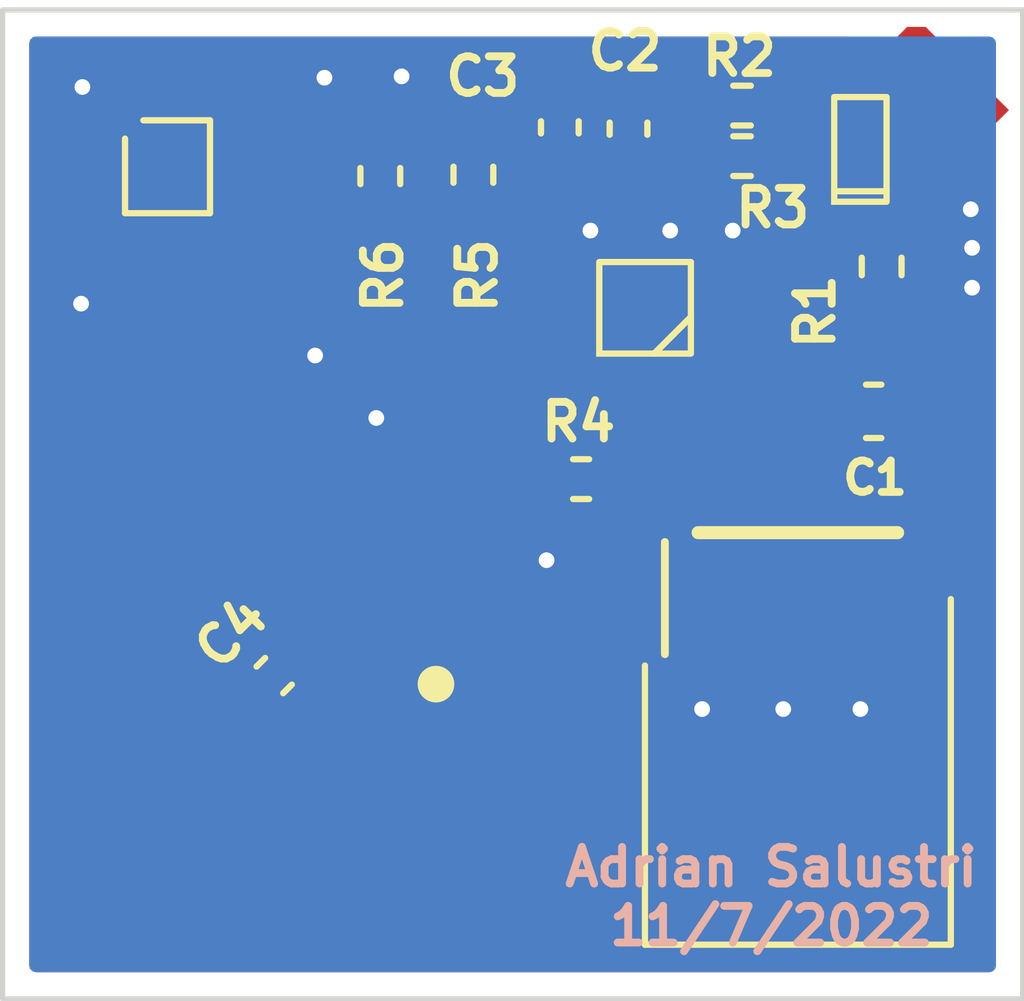
<source format=kicad_pcb>
(kicad_pcb (version 20211014) (generator pcbnew)
  (layers (0 "F.Cu" signal) (31 "B.Cu" signal) (34 "B.Paste" user) (35 "F.Paste" user) (36 "B.SilkS" user "B.Silkscreen") (37 "F.SilkS" user "F.Silkscreen") (38 "B.Mask" user) (39 "F.Mask" user) (44 "Edge.Cuts" user))
  (net 0 "")
  (net 1 "Net-(C1-Pad1)")
  (net 2 "GND")
  (net 3 "VCC")
  (net 4 "Net-(D1-Pad2)")
  (net 5 "Net-(C4-Pad1)")
  (net 6 "~{RST}")
  (net 7 "SCL")
  (net 8 "SDA")
  (net 9 "Net-(R1-Pad2)")
  (net 10 "Net-(C4-Pad2)")
  (net 11 "Net-(U2-Pad2)")
  (net 12 "Net-(U2-Pad5)")
  (footprint "wind-dispersed-rf-footprints:ATtiny20_TPI-I2C-HDR" (layer "F.Cu") (at 135.509 91.7265)
    (fp_text reference "J3" hide)
    (fp_text value "TWI" hide)
    (fp_text user "|" (at -1.905 -0.1341 unlocked) (layer "F.SilkS") (effects (font (size 1.5 0.6))))
    (fp_line (start -1.27 -1.27) (end 2.54 -1.27) (layer "F.SilkS") (width 0.25))
    (fp_line (start 3.556 6.604) (end -2.286 6.604) (layer "F.SilkS") (width 0.12))
    (fp_line (start 3.556 0) (end 3.556 6.604) (layer "F.SilkS") (width 0.12))
    (fp_line (start -2.286 6.604) (end -2.286 1.27) (layer "F.SilkS") (width 0.12))
    (pad "1" smd roundrect (at -2.54 0) (size 0.8 1.5) (layers "F.Cu" "F.Paste" "F.Mask") (roundrect_rratio 0) (chamfer_ratio 0.35) (chamfer top_left) (net 6 "~{RST}"))
    (pad "2" smd rect (at -1.27 0) (size 0.8 1.5) (layers "F.Cu" "F.Paste" "F.Mask") (net 7 "SCL"))
    (pad "3" smd rect (at 0 0) (size 0.8 1.5) (layers "F.Cu" "F.Paste" "F.Mask") (net 8 "SDA"))
    (pad "4" smd rect (at 1.27 0) (size 0.8 1.5) (layers "F.Cu" "F.Paste" "F.Mask") (net 3 "VCC"))
    (pad "5" smd rect (at 2.54 0) (size 0.8 1.5) (layers "F.Cu" "F.Paste" "F.Mask") (net 2 "GND"))
  )
  (footprint "Capacitor_SMD:C_0402_1005Metric_Pad0.74x0.62mm_HandSolder" (layer "F.Cu") (at 131.5974 82.7111 90)
    (fp_text reference "C3" (at 0.9739 -1.4732 180) (layer "F.SilkS") (effects (font (size 0.7 0.7))))
    (fp_text value "C")
    (fp_line (start -0.115835 -0.36) (end 0.115835 -0.36) (layer "F.SilkS") (width 0.12))
    (fp_line (start -0.115835 0.36) (end 0.115835 0.36) (layer "F.SilkS") (width 0.12))
    (pad "1" smd roundrect (at -0.5675 0 90) (size 0.735 0.62) (layers "F.Cu" "F.Paste" "F.Mask") (net 3 "VCC"))
    (pad "2" smd roundrect (at 0.5675 0 90) (size 0.735 0.62) (layers "F.Cu" "F.Paste" "F.Mask") (net 2 "GND"))
  )
  (footprint "Resistor_SMD:R_0402_1005Metric_Pad0.72x0.64mm_HandSolder" (layer "F.Cu") (at 137.7442 85.3694 90)
    (fp_text reference "R1" (at -0.8636 -1.27 90) (layer "F.SilkS") (effects (font (size 0.7 0.7))))
    (fp_text value "R")
    (fp_line (start -0.167621 -0.38) (end 0.167621 -0.38) (layer "F.SilkS") (width 0.12))
    (fp_line (start -0.167621 0.38) (end 0.167621 0.38) (layer "F.SilkS") (width 0.12))
    (pad "1" smd roundrect (at -0.5975 0 90) (size 0.715 0.64) (layers "F.Cu" "F.Paste" "F.Mask") (net 1 "Net-(C1-Pad1)"))
    (pad "2" smd roundrect (at 0.5975 0 90) (size 0.715 0.64) (layers "F.Cu" "F.Paste" "F.Mask") (net 9 "Net-(R1-Pad2)"))
  )
  (footprint "wind-dispersed-rf-footprints:TCR3UG" (layer "F.Cu") (at 133.4008 86.3346 90)
    (fp_text reference "U1" hide)
    (fp_text value "TCR3UG" hide)
    (fp_line (start 0 0.7) (end -0.7 0) (layer "F.SilkS") (width 0.12))
    (fp_line (start -0.7 0) (end 0 0.7) (layer "F.SilkS") (width 0.12))
    (fp_rect (start -0.7 -1.05) (end 1.05 0.7) (layer "F.SilkS") (width 0.12) (fill none))
    (pad "1" smd circle (at 0 0 90) (size 0.18 0.18) (layers "F.Cu" "F.Paste" "F.Mask") (net 1 "Net-(C1-Pad1)"))
    (pad "2" smd circle (at 0.35 0 90) (size 0.18 0.18) (layers "F.Cu" "F.Paste" "F.Mask") (net 9 "Net-(R1-Pad2)"))
    (pad "3" smd circle (at 0.35 -0.35 90) (size 0.18 0.18) (layers "F.Cu" "F.Paste" "F.Mask") (net 2 "GND"))
    (pad "4" smd circle (at 0 -0.35 90) (size 0.18 0.18) (layers "F.Cu" "F.Paste" "F.Mask") (net 3 "VCC"))
  )
  (footprint "wind-dispersed-rf-footprints:Dandelion_PVcell_connector" (layer "F.Cu") (at 138.938 81.852012 -45)
    (fp_text reference "J1" hide)
    (fp_text value "Conn_01x02" hide)
    (pad "1" smd roundrect (at -0.75 0 315) (size 1 1) (layers "F.Cu" "F.Paste" "F.Mask") (roundrect_rratio 0) (chamfer_ratio 0.25) (chamfer top_left) (net 4 "Net-(D1-Pad2)"))
    (pad "2" smd rect (at 0.75 0 315) (size 1 1) (layers "F.Cu" "F.Paste" "F.Mask") (net 2 "GND"))
  )
  (footprint "Package_CSP:WLCSP-12_1.403x1.555mm_P0.4mm_Stagger" (layer "F.Cu") (at 124.1044 83.4644)
    (fp_text reference "U3" hide)
    (fp_text value "ATtiny20-U" hide)
    (fp_line (start 0.8115 -0.8875) (end 0.8115 0.8875) (layer "F.SilkS") (width 0.12))
    (fp_line (start -0.8115 0.8875) (end -0.8115 -0.53675) (layer "F.SilkS") (width 0.12))
    (fp_line (start -0.46075 -0.8875) (end 0.8115 -0.8875) (layer "F.SilkS") (width 0.12))
    (fp_line (start 0.8115 0.8875) (end -0.8115 0.8875) (layer "F.SilkS") (width 0.12))
    (pad "A1" smd circle (at -0.5 -0.5195) (size 0.215 0.215) (layers "F.Cu" "F.Paste" "F.Mask"))
    (pad "A3" smd circle (at -0.1 -0.5195) (size 0.215 0.215) (layers "F.Cu" "F.Paste" "F.Mask") (net 2 "GND"))
    (pad "A5" smd circle (at 0.3 -0.5195) (size 0.215 0.215) (layers "F.Cu" "F.Paste" "F.Mask"))
    (pad "B2" smd circle (at -0.3 -0.173167) (size 0.215 0.215) (layers "F.Cu" "F.Paste" "F.Mask"))
    (pad "B4" smd circle (at 0.1 -0.173167) (size 0.215 0.215) (layers "F.Cu" "F.Paste" "F.Mask") (net 2 "GND"))
    (pad "B6" smd circle (at 0.5 -0.173167) (size 0.215 0.215) (layers "F.Cu" "F.Paste" "F.Mask") (net 3 "VCC"))
    (pad "C1" smd circle (at -0.5 0.173167) (size 0.215 0.215) (layers "F.Cu" "F.Paste" "F.Mask") (net 12 "Net-(U2-Pad5)"))
    (pad "C3" smd circle (at -0.1 0.173167) (size 0.215 0.215) (layers "F.Cu" "F.Paste" "F.Mask") (net 12 "Net-(U2-Pad5)"))
    (pad "C5" smd circle (at 0.3 0.173167) (size 0.215 0.215) (layers "F.Cu" "F.Paste" "F.Mask") (net 8 "SDA"))
    (pad "D2" smd circle (at -0.3 0.5195) (size 0.215 0.215) (layers "F.Cu" "F.Paste" "F.Mask") (net 11 "Net-(U2-Pad2)"))
    (pad "D4" smd circle (at 0.1 0.5195) (size 0.215 0.215) (layers "F.Cu" "F.Paste" "F.Mask") (net 6 "~{RST}"))
    (pad "D6" smd circle (at 0.5 0.5195) (size 0.215 0.215) (layers "F.Cu" "F.Paste" "F.Mask") (net 7 "SCL"))
  )
  (footprint "Resistor_SMD:R_0402_1005Metric_Pad0.72x0.64mm_HandSolder" (layer "F.Cu") (at 135.0772 82.296 180)
    (fp_text reference "R3" (at -0.5842 -1.9558) (layer "F.SilkS") (effects (font (size 0.7 0.7))))
    (fp_text value "R")
    (fp_line (start -0.167621 0.38) (end 0.167621 0.38) (layer "F.SilkS") (width 0.12))
    (fp_line (start -0.167621 -0.38) (end 0.167621 -0.38) (layer "F.SilkS") (width 0.12))
    (pad "1" smd roundrect (at -0.5975 0 180) (size 0.715 0.64) (layers "F.Cu" "F.Paste" "F.Mask") (net 9 "Net-(R1-Pad2)"))
    (pad "2" smd roundrect (at 0.5975 0 180) (size 0.715 0.64) (layers "F.Cu" "F.Paste" "F.Mask") (net 2 "GND"))
  )
  (footprint "Capacitor_SMD:C_0402_1005Metric_Pad0.74x0.62mm_HandSolder" (layer "F.Cu") (at 132.9095 82.7365 90)
    (fp_text reference "C2" (at 1.4819 -0.0675 180) (layer "F.SilkS") (effects (font (size 0.7 0.7))))
    (fp_text value "1uF")
    (fp_line (start -0.115835 0.36) (end 0.115835 0.36) (layer "F.SilkS") (width 0.12))
    (fp_line (start -0.115835 -0.36) (end 0.115835 -0.36) (layer "F.SilkS") (width 0.12))
    (pad "1" smd roundrect (at -0.5675 0 90) (size 0.735 0.62) (layers "F.Cu" "F.Paste" "F.Mask") (net 3 "VCC"))
    (pad "2" smd roundrect (at 0.5675 0 90) (size 0.735 0.62) (layers "F.Cu" "F.Paste" "F.Mask") (net 2 "GND"))
  )
  (footprint "wind-dispersed-rf-footprints:monopole_wire_antenna" (layer "F.Cu") (at 124.6886 94.5896 45)
    (fp_text reference "J2" hide)
    (fp_text value "ANT_Monopole" hide)
    (pad "1" smd rect (at 0 0 45) (size 1 1) (layers "F.Cu" "F.Paste" "F.Mask") (net 5 "Net-(C4-Pad1)"))
  )
  (footprint "Resistor_SMD:R_0402_1005Metric" (layer "F.Cu") (at 128.1684 83.6422 -90)
    (fp_text reference "R5" (at 1.905 -1.8542 90) (layer "F.SilkS") (effects (font (size 0.7 0.7))))
    (fp_text value "10K" hide)
    (fp_line (start -0.153641 -0.38) (end 0.153641 -0.38) (layer "F.SilkS") (width 0.12))
    (fp_line (start -0.153641 0.38) (end 0.153641 0.38) (layer "F.SilkS") (width 0.12))
    (pad "1" smd roundrect (at -0.51 0 270) (size 0.54 0.64) (layers "F.Cu" "F.Paste" "F.Mask") (net 3 "VCC"))
    (pad "2" smd roundrect (at 0.51 0 270) (size 0.54 0.64) (layers "F.Cu" "F.Paste" "F.Mask") (net 7 "SCL"))
  )
  (footprint "Capacitor_SMD:C_0603_1608Metric_Pad1.08x0.95mm_HandSolder" (layer "F.Cu") (at 137.5918 88.138)
    (fp_text reference "C1" (at 0.0254 1.27) (layer "F.SilkS") (effects (font (size 0.6 0.6))))
    (fp_text value "68uF")
    (fp_line (start -0.146267 0.51) (end 0.146267 0.51) (layer "F.SilkS") (width 0.12))
    (fp_line (start -0.146267 -0.51) (end 0.146267 -0.51) (layer "F.SilkS") (width 0.12))
    (pad "1" smd roundrect (at -0.8625 0) (size 1.075 0.95) (layers "F.Cu" "F.Paste" "F.Mask") (net 1 "Net-(C1-Pad1)"))
    (pad "2" smd roundrect (at 0.8625 0) (size 1.075 0.95) (layers "F.Cu" "F.Paste" "F.Mask") (net 2 "GND"))
  )
  (footprint "Resistor_SMD:R_0402_1005Metric" (layer "F.Cu") (at 129.9464 83.6168 90)
    (fp_text reference "R6" (at -1.9304 -1.7272 90) (layer "F.SilkS") (effects (font (size 0.7 0.7))))
    (fp_text value "10K" hide)
    (fp_line (start -0.153641 0.38) (end 0.153641 0.38) (layer "F.SilkS") (width 0.12))
    (fp_line (start -0.153641 -0.38) (end 0.153641 -0.38) (layer "F.SilkS") (width 0.12))
    (pad "1" smd roundrect (at -0.51 0 90) (size 0.54 0.64) (layers "F.Cu" "F.Paste" "F.Mask") (net 8 "SDA"))
    (pad "2" smd roundrect (at 0.51 0 90) (size 0.54 0.64) (layers "F.Cu" "F.Paste" "F.Mask") (net 3 "VCC"))
  )
  (footprint "Capacitor_SMD:C_0402_1005Metric_Pad0.74x0.62mm_HandSolder" (layer "F.Cu") (at 126.141517 93.187483 45)
    (fp_text reference "C4" (at 0 -1.16 45) (layer "F.SilkS") (effects (font (size 0.7 0.7))))
    (fp_text value "C")
    (fp_line (start -0.115835 0.36) (end 0.115835 0.36) (layer "F.SilkS") (width 0.12))
    (fp_line (start -0.115835 -0.36) (end 0.115835 -0.36) (layer "F.SilkS") (width 0.12))
    (pad "1" smd roundrect (at -0.5675 0 45) (size 0.735 0.62) (layers "F.Cu" "F.Paste" "F.Mask") (net 5 "Net-(C4-Pad1)"))
    (pad "2" smd roundrect (at 0.5675 0 45) (size 0.735 0.62) (layers "F.Cu" "F.Paste" "F.Mask") (net 10 "Net-(C4-Pad2)"))
  )
  (footprint "wind-dispersed-rf-footprints:SOD882" (layer "F.Cu") (at 137.3378 83.0326 90)
    (fp_text reference "D1" hide)
    (fp_text value "D" hide)
    (fp_line (start -0.9 -0.5) (end -0.9 0.5) (layer "F.SilkS") (width 0.12))
    (fp_rect (start -1.1 -0.5) (end 0.9 0.5) (layer "F.SilkS") (width 0.12) (fill none))
    (pad "1" smd rect (at -0.4 0 90) (size 0.55 0.6) (layers "F.Cu" "F.Paste" "F.Mask") (net 1 "Net-(C1-Pad1)"))
    (pad "2" smd rect (at 0.4 0 90) (size 0.55 0.6) (layers "F.Cu" "F.Paste" "F.Mask") (net 4 "Net-(D1-Pad2)"))
  )
  (footprint "Resistor_SMD:R_0402_1005Metric_Pad0.72x0.64mm_HandSolder" (layer "F.Cu") (at 135.0772 83.2612)
    (fp_text reference "R2" (at -0.0508 -1.905) (layer "F.SilkS") (effects (font (size 0.7 0.7))))
    (fp_text value "R")
    (fp_line (start -0.167621 0.38) (end 0.167621 0.38) (layer "F.SilkS") (width 0.12))
    (fp_line (start -0.167621 -0.38) (end 0.167621 -0.38) (layer "F.SilkS") (width 0.12))
    (pad "1" smd roundrect (at -0.5975 0) (size 0.715 0.64) (layers "F.Cu" "F.Paste" "F.Mask") (net 3 "VCC"))
    (pad "2" smd roundrect (at 0.5975 0) (size 0.715 0.64) (layers "F.Cu" "F.Paste" "F.Mask") (net 9 "Net-(R1-Pad2)"))
  )
  (footprint "Resistor_SMD:R_0402_1005Metric" (layer "F.Cu") (at 132.0038 89.4334 180)
    (fp_text reference "R4" (at 0.0488 1.0922) (layer "F.SilkS") (effects (font (size 0.7 0.7))))
    (fp_text value "10K")
    (fp_line (start -0.153641 0.38) (end 0.153641 0.38) (layer "F.SilkS") (width 0.12))
    (fp_line (start -0.153641 -0.38) (end 0.153641 -0.38) (layer "F.SilkS") (width 0.12))
    (pad "1" smd roundrect (at -0.51 0 180) (size 0.54 0.64) (layers "F.Cu" "F.Paste" "F.Mask") (net 3 "VCC"))
    (pad "2" smd roundrect (at 0.51 0 180) (size 0.54 0.64) (layers "F.Cu" "F.Paste" "F.Mask") (net 6 "~{RST}"))
  )
  (footprint "wind-dispersed-rf-footprints:SKY13314-374LF" (layer "F.Cu") (at 128.913514 91.618591 135)
    (fp_text reference "U2" hide)
    (fp_text value "SKY13314" hide)
    (fp_circle (center -1.45 -1) (end -1.449999 -1) (layer "F.SilkS") (width 0.35) (fill none))
    (pad "1" smd rect (at -0.725 -0.5 135) (size 0.35 0.25) (layers "F.Cu" "F.Paste" "F.Mask") (net 2 "GND"))
    (pad "2" smd rect (at -0.725 0 135) (size 0.35 0.25) (layers "F.Cu" "F.Paste" "F.Mask") (net 11 "Net-(U2-Pad2)"))
    (pad "3" smd rect (at -0.725 0.5 135) (size 0.35 0.25) (layers "F.Cu" "F.Paste" "F.Mask") (net 2 "GND"))
    (pad "4" smd rect (at 0.725 0.5 135) (size 0.35 0.25) (layers "F.Cu" "F.Paste" "F.Mask"))
    (pad "5" smd rect (at 0.725 0 135) (size 0.35 0.25) (layers "F.Cu" "F.Paste" "F.Mask") (net 12 "Net-(U2-Pad5)"))
    (pad "6" smd rect (at 0.725 -0.5 135) (size 0.35 0.25) (layers "F.Cu" "F.Paste" "F.Mask") (net 10 "Net-(C4-Pad2)"))
    (pad "7" smd rect (at 0 -0.381 135) (size 0.65 0.55) (layers "F.Cu" "F.Paste" "F.Mask") (net 2 "GND"))
  )
  (gr_rect (start 120.9548 80.4672) (end 140.4366 99.3648) (layer "Edge.Cuts") (width 0.1) (fill none))
  (gr_text "Adrian Salustri\n11/7/2022" (at 135.636 97.409) (layer "B.SilkS") (effects (font (size 0.7 0.7))))
  (segment (start 133.7056 86.6394) (end 133.4008 86.3346) (width 0.127) (layer "F.Cu") (net 1))
  (segment (start 136.7028 88.1115) (end 136.7293 88.138) (width 0.127) (layer "F.Cu") (net 1))
  (segment (start 138.25422 85.45688) (end 137.7442 85.9669) (width 0.127) (layer "F.Cu") (net 1))
  (segment (start 137.4007 85.9669) (end 136.7028 86.6648) (width 0.127) (layer "F.Cu") (net 1))
  (segment (start 136.7293 86.6394) (end 133.7056 86.6394) (width 0.127) (layer "F.Cu") (net 1))
  (segment (start 137.3628 83.4326) (end 138.25422 84.32402) (width 0.127) (layer "F.Cu") (net 1))
  (segment (start 136.7028 86.6648) (end 136.7028 88.1115) (width 0.127) (layer "F.Cu") (net 1))
  (segment (start 138.25422 84.32402) (end 138.25422 85.45688) (width 0.127) (layer "F.Cu") (net 1))
  (segment (start 136.7293 88.138) (end 136.7293 86.6394) (width 0.127) (layer "F.Cu") (net 1))
  (segment (start 137.7442 85.9669) (end 137.4007 85.9669) (width 0.127) (layer "F.Cu") (net 1))
  (segment (start 137.3378 83.4326) (end 137.3628 83.4326) (width 0.127) (layer "F.Cu") (net 1))
  (segment (start 131.5974 82.1436) (end 131.6228 82.169) (width 0.127) (layer "F.Cu") (net 2))
  (segment (start 130.7338 92.6084) (end 130.7338 91.77769) (width 0.127) (layer "F.Cu") (net 2))
  (segment (start 132.1816 85.1154) (end 133.0508 85.9846) (width 0.127) (layer "F.Cu") (net 2))
  (segment (start 128.507801 91.887999) (end 127.9906 92.4052) (width 0.127) (layer "F.Cu") (net 2))
  (segment (start 139.46833 82.382342) (end 139.46833 87.98867) (width 0.127) (layer "F.Cu") (net 2))
  (segment (start 124.0044 82.142) (end 124.2742 81.8722) (width 0.127) (layer "F.Cu") (net 2))
  (segment (start 127.9906 92.4052) (end 129.1717 93.5863) (width 0.127) (layer "F.Cu") (net 2))
  (segment (start 139.319 88.138) (end 138.4543 88.138) (width 0.127) (layer "F.Cu") (net 2))
  (segment (start 129.072613 92.484797) (end 129.072613 93.487213) (width 0.127) (layer "F.Cu") (net 2))
  (segment (start 129.072613 93.487213) (end 129.1717 93.5863) (width 0.127) (layer "F.Cu") (net 2))
  (segment (start 128.644106 91.887999) (end 128.644106 92.05629) (width 0.127) (layer "F.Cu") (net 2))
  (segment (start 131.6228 82.169) (end 132.9095 82.169) (width 0.127) (layer "F.Cu") (net 2))
  (segment (start 130.7338 91.77769) (end 129.77972 91.77769) (width 0.127) (layer "F.Cu") (net 2))
  (segment (start 128.644106 92.05629) (end 129.072613 92.484797) (width 0.127) (layer "F.Cu") (net 2))
  (segment (start 129.1717 93.5863) (end 129.4638 93.8784) (width 0.127) (layer "F.Cu") (net 2))
  (segment (start 124.2742 81.8722) (end 131.6141 81.8722) (width 0.127) (layer "F.Cu") (net 2))
  (segment (start 129.4638 93.8784) (end 130.7338 92.6084) (width 0.127) (layer "F.Cu") (net 2))
  (segment (start 124.0044 82.9449) (end 124.0044 82.142) (width 0.127) (layer "F.Cu") (net 2))
  (segment (start 132.9095 82.169) (end 133.1722 82.169) (width 0.127) (layer "F.Cu") (net 2))
  (segment (start 128.644106 91.887999) (end 128.507801 91.887999) (width 0.127) (layer "F.Cu") (net 2))
  (segment (start 139.46833 87.98867) (end 139.319 88.138) (width 0.127) (layer "F.Cu") (net 2))
  (segment (start 132.1816 84.6836) (end 132.1816 85.1154) (width 0.127) (layer "F.Cu") (net 2))
  (segment (start 124.2044 83.291233) (end 124.0044 82.9449) (width 0.127) (layer "F.Cu") (net 2))
  (via (at 122.4534 86.0806) (size 0.6) (drill 0.3) (layers "F.Cu" "B.Cu") (net 2))
  (via (at 134.3152 93.8276) (size 0.6) (drill 0.3) (layers "F.Cu" "B.Cu") (net 2))
  (via (at 135.8646 93.8276) (size 0.6) (drill 0.3) (layers "F.Cu" "B.Cu") (net 2))
  (via (at 128.0922 88.265) (size 0.6) (drill 0.3) (layers "F.Cu" "B.Cu") (net 2))
  (via (at 127.1016 81.7626) (size 0.6) (drill 0.3) (layers "F.Cu" "B.Cu") (net 2))
  (via (at 133.7056 84.6836) (size 0.6) (drill 0.3) (layers "F.Cu" "B.Cu") (net 2))
  (via (at 128.5748 81.7372) (size 0.6) (drill 0.3) (layers "F.Cu" "B.Cu") (net 2))
  (via (at 134.8994 84.6836) (size 0.6) (drill 0.3) (layers "F.Cu" "B.Cu") (net 2))
  (via (at 131.3434 90.9828) (size 0.6) (drill 0.3) (layers "F.Cu" "B.Cu") (net 2))
  (via (at 139.4714 85.0138) (size 0.6) (drill 0.3) (layers "F.Cu" "B.Cu") (net 2))
  (via (at 137.3378 93.8276) (size 0.6) (drill 0.3) (layers "F.Cu" "B.Cu") (net 2))
  (via (at 139.446 84.2772) (size 0.6) (drill 0.3) (layers "F.Cu" "B.Cu") (net 2))
  (via (at 126.9238 87.0712) (size 0.6) (drill 0.3) (layers "F.Cu" "B.Cu") (net 2))
  (via (at 139.4714 85.7758) (size 0.6) (drill 0.3) (layers "F.Cu" "B.Cu") (net 2))
  (via (at 132.1816 84.6836) (size 0.6) (drill 0.3) (layers "F.Cu" "B.Cu") (net 2))
  (via (at 122.4788 81.9404) (size 0.6) (drill 0.3) (layers "F.Cu" "B.Cu") (net 2))
  (segment (start 130.7846 83.2866) (end 130.7846 85.1662) (width 0.127) (layer "F.Cu") (net 3))
  (segment (start 132.5146 86.8708) (end 136.779 91.1352) (width 0.127) (layer "F.Cu") (net 3))
  (segment (start 133.0508 86.3346) (end 132.5146 86.8708) (width 0.127) (layer "F.Cu") (net 3))
  (segment (start 132.6642 89.6112) (end 132.6642 89.4334) (width 0.127) (layer "F.Cu") (net 3))
  (segment (start 133.604 92.666511) (end 133.604 90.551) (width 0.127) (layer "F.Cu") (net 3))
  (segment (start 124.6044 83.291233) (end 127.477967 83.291233) (width 0.127) (layer "F.Cu") (net 3))
  (segment (start 127.477967 83.291233) (end 127.637 83.1322) (width 0.127) (layer "F.Cu") (net 3))
  (segment (start 131.5974 83.2786) (end 134.4623 83.2786) (width 0.127) (layer "F.Cu") (net 3))
  (segment (start 130.7846 85.1662) (end 132.5019 86.8835) (width 0.127) (layer "F.Cu") (net 3))
  (segment (start 127.637 83.1322) (end 128.1684 83.1322) (width 0.127) (layer "F.Cu") (net 3))
  (segment (start 128.1938 83.1068) (end 128.1684 83.1322) (width 0.127) (layer "F.Cu") (net 3))
  (segment (start 136.779 91.1352) (end 136.779 91.7265) (width 0.127) (layer "F.Cu") (net 3))
  (segment (start 133.604 90.551) (end 132.6642 89.6112) (width 0.127) (layer "F.Cu") (net 3))
  (segment (start 132.5019 86.8835) (end 133.0508 86.3346) (width 0.127) (layer "F.Cu") (net 3))
  (segment (start 130.6048 83.1068) (end 130.7846 83.2866) (width 0.127) (layer "F.Cu") (net 3))
  (segment (start 136.779 91.7265) (end 136.779 92.0765) (width 0.127) (layer "F.Cu") (net 3))
  (segment (start 129.9464 83.1068) (end 128.1938 83.1068) (width 0.127) (layer "F.Cu") (net 3))
  (segment (start 129.9464 83.1068) (end 130.6048 83.1068) (width 0.127) (layer "F.Cu") (net 3))
  (segment (start 131.5974 83.2786) (end 130.7766 83.2786) (width 0.127) (layer "F.Cu") (net 3))
  (segment (start 130.7766 83.2786) (end 130.6048 83.1068) (width 0.127) (layer "F.Cu") (net 3))
  (segment (start 136.188989 92.666511) (end 133.604 92.666511) (width 0.127) (layer "F.Cu") (net 3))
  (segment (start 136.779 92.0765) (end 136.188989 92.666511) (width 0.127) (layer "F.Cu") (net 3))
  (segment (start 137.3378 82.6326) (end 137.3378 82.391552) (width 0.127) (layer "F.Cu") (net 4))
  (segment (start 137.3378 82.391552) (end 138.40767 81.321682) (width 0.127) (layer "F.Cu") (net 4))
  (segment (start 125.760517 93.568483) (end 124.7394 94.5896) (width 0.25) (layer "F.Cu") (net 5))
  (segment (start 131.4704 89.5604) (end 132.969 91.059) (width 0.127) (layer "F.Cu") (net 6))
  (segment (start 124.2044 84.3772) (end 124.6632 84.836) (width 0.127) (layer "F.Cu") (net 6))
  (segment (start 131.4704 88.265) (end 131.4704 89.5604) (width 0.127) (layer "F.Cu") (net 6))
  (segment (start 132.969 91.059) (end 132.969 91.7265) (width 0.127) (layer "F.Cu") (net 6))
  (segment (start 128.0414 84.836) (end 131.4704 88.265) (width 0.127) (layer "F.Cu") (net 6))
  (segment (start 124.6632 84.836) (end 128.0414 84.836) (width 0.127) (layer "F.Cu") (net 6))
  (segment (start 124.2044 83.9839) (end 124.2044 84.3772) (width 0.127) (layer "F.Cu") (net 6))
  (segment (start 124.7727 84.1522) (end 124.6044 83.9839) (width 0.127) (layer "F.Cu") (net 7))
  (segment (start 128.162647 84.1522) (end 127.8128 84.1522) (width 0.127) (layer "F.Cu") (net 7))
  (segment (start 134.239 91.7265) (end 134.239 90.228553) (width 0.127) (layer "F.Cu") (net 7))
  (segment (start 134.239 90.228553) (end 128.162647 84.1522) (width 0.127) (layer "F.Cu") (net 7))
  (segment (start 127.8128 84.1522) (end 124.7727 84.1522) (width 0.127) (layer "F.Cu") (net 7))
  (segment (start 129.457167 83.637567) (end 124.4044 83.637567) (width 0.127) (layer "F.Cu") (net 8))
  (segment (start 129.9464 84.1268) (end 129.457167 83.637567) (width 0.127) (layer "F.Cu") (net 8))
  (segment (start 135.509 91.7265) (end 135.509 90.7034) (width 0.127) (layer "F.Cu") (net 8))
  (segment (start 135.509 90.7034) (end 129.9464 85.1408) (width 0.127) (layer "F.Cu") (net 8))
  (segment (start 129.9464 85.1408) (end 129.9464 84.1268) (width 0.127) (layer "F.Cu") (net 8))
  (segment (start 137.2229 84.7719) (end 135.7122 83.2612) (width 0.127) (layer "F.Cu") (net 9))
  (segment (start 133.4008 85.9846) (end 133.7112 85.6742) (width 0.127) (layer "F.Cu") (net 9))
  (segment (start 135.6747 83.2612) (end 135.6747 82.296) (width 0.127) (layer "F.Cu") (net 9))
  (segment (start 137.7442 84.7719) (end 137.2229 84.7719) (width 0.127) (layer "F.Cu") (net 9))
  (segment (start 136.8419 85.6742) (end 137.7442 84.7719) (width 0.127) (layer "F.Cu") (net 9))
  (segment (start 133.7112 85.6742) (end 136.8419 85.6742) (width 0.127) (layer "F.Cu") (net 9))
  (segment (start 128.047308 91.459492) (end 127.894908 91.459492) (width 0.25) (layer "F.Cu") (net 10))
  (segment (start 127.894908 91.459492) (end 126.608766 92.745634) (width 0.25) (layer "F.Cu") (net 10))
  (segment (start 129.3368 92.041877) (end 129.3368 91.1352) (width 0.127) (layer "F.Cu") (net 11))
  (segment (start 130.8608 89.6112) (end 130.8608 88.4174) (width 0.127) (layer "F.Cu") (net 11))
  (segment (start 127.7112 85.2678) (end 124.2568 85.2678) (width 0.127) (layer "F.Cu") (net 11))
  (segment (start 123.8044 84.8154) (end 123.8044 83.9839) (width 0.127) (layer "F.Cu") (net 11))
  (segment (start 124.2568 85.2678) (end 123.8044 84.8154) (width 0.127) (layer "F.Cu") (net 11))
  (segment (start 129.426166 92.131243) (end 129.3368 92.041877) (width 0.127) (layer "F.Cu") (net 11))
  (segment (start 129.3368 91.1352) (end 130.8608 89.6112) (width 0.127) (layer "F.Cu") (net 11))
  (segment (start 130.8608 88.4174) (end 127.7112 85.2678) (width 0.127) (layer "F.Cu") (net 11))
  (segment (start 128.100714 90.618686) (end 128.5748 90.1446) (width 0.127) (layer "F.Cu") (net 12))
  (segment (start 130.3528 89.4842) (end 130.3528 88.773) (width 0.127) (layer "F.Cu") (net 12))
  (segment (start 128.5748 90.1446) (end 129.6924 90.1446) (width 0.127) (layer "F.Cu") (net 12))
  (segment (start 129.6924 90.1446) (end 130.3528 89.4842) (width 0.127) (layer "F.Cu") (net 12))
  (segment (start 123.1138 85.0138) (end 123.1138 83.713767) (width 0.127) (layer "F.Cu") (net 12))
  (segment (start 123.6044 83.637567) (end 124.0044 83.637567) (width 0.127) (layer "F.Cu") (net 12))
  (segment (start 128.400862 91.105939) (end 128.100714 90.805791) (width 0.127) (layer "F.Cu") (net 12))
  (segment (start 128.100714 90.805791) (end 128.100714 90.618686) (width 0.127) (layer "F.Cu") (net 12))
  (segment (start 127.2794 85.6996) (end 123.7996 85.6996) (width 0.127) (layer "F.Cu") (net 12))
  (segment (start 130.3528 88.773) (end 127.2794 85.6996) (width 0.127) (layer "F.Cu") (net 12))
  (segment (start 123.19 83.637567) (end 123.6044 83.637567) (width 0.127) (layer "F.Cu") (net 12))
  (segment (start 123.7996 85.6996) (end 123.1138 85.0138) (width 0.127) (layer "F.Cu") (net 12))
  (segment (start 123.1138 83.713767) (end 123.19 83.637567) (width 0.127) (layer "F.Cu") (net 12))
  (zone (net 2) (net_name "GND") (layer "F.Cu") (connect_pads (clearance 0.508)) (min_thickness 0.254) (fill yes (thermal_gap 0.508) (thermal_bridge_width 0.508))
    (polygon (pts (xy 140.2588 80.645) (xy 140.2588 99.1362) (xy 121.1326 99.187) (xy 121.1326 80.645)))
  )
  (zone (net 2) (net_name "GND") (layer "B.Cu") (connect_pads (clearance 0.508)) (min_thickness 0.254) (fill yes (thermal_gap 0.508) (thermal_bridge_width 0.508))
    (polygon (pts (xy 140.2588 99.1362) (xy 121.1326 99.187) (xy 121.1326 80.645) (xy 140.2588 80.645)))
  )
)
</source>
